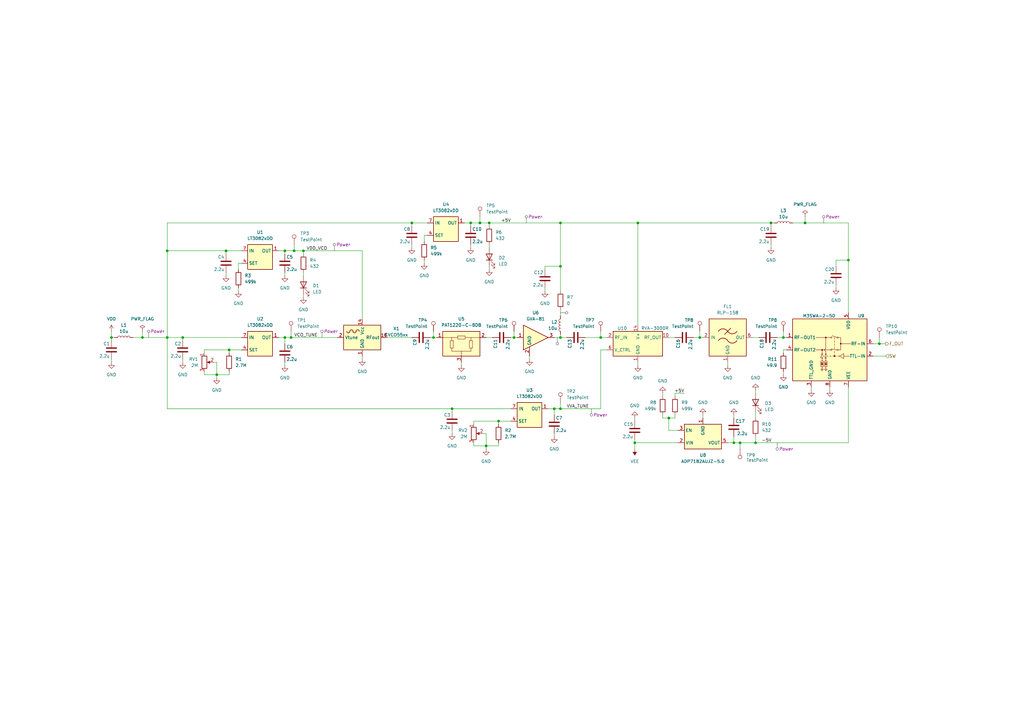
<source format=kicad_sch>
(kicad_sch (version 20230121) (generator eeschema)
  (paper "A3")
  (junction (at 200.66 91.44))
  (junction (at 116.84 102.87))
  (junction (at 185.42 167.64))
  (junction (at 229.87 91.44))
  (junction (at 260.35 181.61))
  (junction (at 119.38 138.43))
  (junction (at 316.23 91.44))
  (junction (at 93.98 143.51))
  (junction (at 124.46 102.87))
  (junction (at 210.82 138.43))
  (junction (at 261.62 91.44))
  (junction (at 321.31 138.43))
  (junction (at 74.93 138.43))
  (junction (at 58.42 138.43))
  (junction (at 68.58 102.87))
  (junction (at 116.84 138.43))
  (junction (at 330.2 91.44))
  (junction (at 68.58 138.43))
  (junction (at 347.98 106.68))
  (junction (at 360.68 140.97))
  (junction (at 246.38 138.43))
  (junction (at 229.87 109.22))
  (junction (at 120.65 102.87))
  (junction (at 229.87 138.43))
  (junction (at 193.04 91.44))
  (junction (at 45.72 138.43))
  (junction (at 227.33 167.64))
  (junction (at 92.71 102.87))
  (junction (at 309.88 181.61))
  (junction (at 177.8 138.43))
  (junction (at 300.99 181.61))
  (junction (at 204.47 172.72))
  (junction (at 88.9 153.67))
  (junction (at 287.02 138.43))
  (junction (at 196.85 91.44))
  (junction (at 303.53 181.61))
  (junction (at 274.32 171.45))
  (junction (at 229.87 167.64))
  (junction (at 199.39 182.88))
  (junction (at 168.91 91.44))
  (wire (pts (xy 298.45 181.61) (xy 300.99 181.61)))
  (wire (pts (xy 194.31 182.88) (xy 199.39 182.88)))
  (wire (pts (xy 309.88 181.61) (xy 347.98 181.61)))
  (wire (pts (xy 200.66 100.33) (xy 200.66 101.6)))
  (wire (pts (xy 261.62 91.44) (xy 261.62 133.35)))
  (wire (pts (xy 193.04 91.44) (xy 193.04 92.71)))
  (wire (pts (xy 246.38 167.64) (xy 246.38 143.51)))
  (wire (pts (xy 177.8 138.43) (xy 179.07 138.43)))
  (wire (pts (xy 93.98 143.51) (xy 99.06 143.51)))
  (wire (pts (xy 332.74 158.75) (xy 332.74 160.02)))
  (wire (pts (xy 229.87 137.16) (xy 229.87 138.43)))
  (wire (pts (xy 68.58 102.87) (xy 68.58 138.43)))
  (wire (pts (xy 97.79 110.49) (xy 97.79 107.95)))
  (wire (pts (xy 124.46 102.87) (xy 148.59 102.87)))
  (wire (pts (xy 168.91 91.44) (xy 168.91 92.71)))
  (wire (pts (xy 58.42 135.89) (xy 58.42 138.43)))
  (wire (pts (xy 116.84 148.59) (xy 116.84 149.86)))
  (wire (pts (xy 119.38 138.43) (xy 116.84 138.43)))
  (wire (pts (xy 194.31 181.61) (xy 194.31 182.88)))
  (wire (pts (xy 287.02 135.89) (xy 287.02 138.43)))
  (wire (pts (xy 271.78 170.18) (xy 271.78 171.45)))
  (wire (pts (xy 309.88 179.07) (xy 309.88 181.61)))
  (wire (pts (xy 309.88 160.02) (xy 309.88 161.29)))
  (wire (pts (xy 46.99 138.43) (xy 45.72 138.43)))
  (wire (pts (xy 199.39 182.88) (xy 204.47 182.88)))
  (wire (pts (xy 330.2 88.9) (xy 330.2 91.44)))
  (wire (pts (xy 54.61 138.43) (xy 58.42 138.43)))
  (wire (pts (xy 287.02 138.43) (xy 288.29 138.43)))
  (wire (pts (xy 276.86 161.29) (xy 276.86 162.56)))
  (wire (pts (xy 88.9 148.59) (xy 88.9 153.67)))
  (wire (pts (xy 246.38 138.43) (xy 248.92 138.43)))
  (wire (pts (xy 148.59 102.87) (xy 148.59 130.81)))
  (wire (pts (xy 342.9 109.22) (xy 342.9 106.68)))
  (wire (pts (xy 173.99 96.52) (xy 175.26 96.52)))
  (wire (pts (xy 316.23 91.44) (xy 316.23 92.71)))
  (wire (pts (xy 185.42 167.64) (xy 185.42 168.91)))
  (wire (pts (xy 227.33 138.43) (xy 229.87 138.43)))
  (wire (pts (xy 124.46 111.76) (xy 124.46 113.03)))
  (wire (pts (xy 347.98 106.68) (xy 347.98 128.27)))
  (wire (pts (xy 224.79 167.64) (xy 227.33 167.64)))
  (wire (pts (xy 321.31 144.78) (xy 321.31 143.51)))
  (wire (pts (xy 196.85 88.9) (xy 196.85 91.44)))
  (wire (pts (xy 83.82 153.67) (xy 88.9 153.67)))
  (wire (pts (xy 119.38 135.89) (xy 119.38 138.43)))
  (wire (pts (xy 240.03 138.43) (xy 246.38 138.43)))
  (wire (pts (xy 114.3 138.43) (xy 116.84 138.43)))
  (wire (pts (xy 74.93 138.43) (xy 99.06 138.43)))
  (wire (pts (xy 198.12 177.8) (xy 199.39 177.8)))
  (wire (pts (xy 173.99 106.68) (xy 173.99 107.95)))
  (wire (pts (xy 276.86 170.18) (xy 276.86 171.45)))
  (wire (pts (xy 321.31 152.4) (xy 321.31 153.67)))
  (wire (pts (xy 176.53 138.43) (xy 177.8 138.43)))
  (wire (pts (xy 342.9 106.68) (xy 347.98 106.68)))
  (wire (pts (xy 93.98 144.78) (xy 93.98 143.51)))
  (wire (pts (xy 316.23 100.33) (xy 316.23 101.6)))
  (wire (pts (xy 68.58 91.44) (xy 68.58 102.87)))
  (wire (pts (xy 119.38 138.43) (xy 138.43 138.43)))
  (wire (pts (xy 93.98 152.4) (xy 93.98 153.67)))
  (wire (pts (xy 278.13 176.53) (xy 274.32 176.53)))
  (wire (pts (xy 298.45 148.59) (xy 298.45 149.86)))
  (wire (pts (xy 83.82 143.51) (xy 83.82 144.78)))
  (wire (pts (xy 229.87 165.1) (xy 229.87 167.64)))
  (wire (pts (xy 229.87 127) (xy 229.87 129.54)))
  (wire (pts (xy 358.14 140.97) (xy 360.68 140.97)))
  (wire (pts (xy 260.35 180.34) (xy 260.35 181.61)))
  (wire (pts (xy 261.62 91.44) (xy 229.87 91.44)))
  (wire (pts (xy 227.33 167.64) (xy 227.33 170.18)))
  (wire (pts (xy 280.67 161.29) (xy 276.86 161.29)))
  (wire (pts (xy 342.9 116.84) (xy 342.9 118.11)))
  (wire (pts (xy 83.82 152.4) (xy 83.82 153.67)))
  (wire (pts (xy 288.29 170.18) (xy 288.29 171.45)))
  (wire (pts (xy 210.82 135.89) (xy 210.82 138.43)))
  (wire (pts (xy 229.87 167.64) (xy 246.38 167.64)))
  (wire (pts (xy 227.33 167.64) (xy 229.87 167.64)))
  (wire (pts (xy 158.75 138.43) (xy 168.91 138.43)))
  (wire (pts (xy 260.35 181.61) (xy 260.35 184.15)))
  (wire (pts (xy 200.66 109.22) (xy 200.66 110.49)))
  (wire (pts (xy 199.39 182.88) (xy 199.39 184.15)))
  (wire (pts (xy 360.68 140.97) (xy 363.22 140.97)))
  (wire (pts (xy 360.68 138.43) (xy 360.68 140.97)))
  (wire (pts (xy 303.53 181.61) (xy 303.53 184.15)))
  (wire (pts (xy 217.17 146.05) (xy 217.17 147.32)))
  (wire (pts (xy 88.9 153.67) (xy 93.98 153.67)))
  (wire (pts (xy 229.87 91.44) (xy 229.87 109.22)))
  (wire (pts (xy 284.48 138.43) (xy 287.02 138.43)))
  (wire (pts (xy 209.55 138.43) (xy 210.82 138.43)))
  (wire (pts (xy 83.82 143.51) (xy 93.98 143.51)))
  (wire (pts (xy 261.62 148.59) (xy 261.62 149.86)))
  (wire (pts (xy 99.06 102.87) (xy 92.71 102.87)))
  (wire (pts (xy 124.46 102.87) (xy 124.46 104.14)))
  (wire (pts (xy 223.52 110.49) (xy 223.52 109.22)))
  (wire (pts (xy 199.39 177.8) (xy 199.39 182.88)))
  (wire (pts (xy 68.58 91.44) (xy 168.91 91.44)))
  (wire (pts (xy 204.47 181.61) (xy 204.47 182.88)))
  (wire (pts (xy 321.31 135.89) (xy 321.31 138.43)))
  (wire (pts (xy 227.33 177.8) (xy 227.33 179.07)))
  (wire (pts (xy 229.87 109.22) (xy 229.87 119.38)))
  (wire (pts (xy 330.2 91.44) (xy 347.98 91.44)))
  (wire (pts (xy 68.58 167.64) (xy 68.58 138.43)))
  (wire (pts (xy 45.72 138.43) (xy 45.72 139.7)))
  (wire (pts (xy 120.65 102.87) (xy 124.46 102.87)))
  (wire (pts (xy 271.78 161.29) (xy 271.78 162.56)))
  (wire (pts (xy 116.84 111.76) (xy 116.84 113.03)))
  (wire (pts (xy 204.47 173.99) (xy 204.47 172.72)))
  (wire (pts (xy 193.04 100.33) (xy 193.04 101.6)))
  (wire (pts (xy 309.88 168.91) (xy 309.88 171.45)))
  (wire (pts (xy 194.31 172.72) (xy 194.31 173.99)))
  (wire (pts (xy 316.23 91.44) (xy 317.5 91.44)))
  (wire (pts (xy 177.8 135.89) (xy 177.8 138.43)))
  (wire (pts (xy 45.72 147.32) (xy 45.72 148.59)))
  (wire (pts (xy 193.04 91.44) (xy 196.85 91.44)))
  (wire (pts (xy 246.38 135.89) (xy 246.38 138.43)))
  (wire (pts (xy 190.5 91.44) (xy 193.04 91.44)))
  (wire (pts (xy 223.52 109.22) (xy 229.87 109.22)))
  (wire (pts (xy 300.99 170.18) (xy 300.99 171.45)))
  (wire (pts (xy 209.55 167.64) (xy 185.42 167.64)))
  (wire (pts (xy 260.35 171.45) (xy 260.35 172.72)))
  (wire (pts (xy 303.53 181.61) (xy 309.88 181.61)))
  (wire (pts (xy 116.84 102.87) (xy 120.65 102.87)))
  (wire (pts (xy 120.65 100.33) (xy 120.65 102.87)))
  (wire (pts (xy 116.84 102.87) (xy 116.84 104.14)))
  (wire (pts (xy 246.38 143.51) (xy 248.92 143.51)))
  (wire (pts (xy 92.71 102.87) (xy 92.71 104.14)))
  (wire (pts (xy 88.9 153.67) (xy 88.9 154.94)))
  (wire (pts (xy 274.32 171.45) (xy 271.78 171.45)))
  (wire (pts (xy 358.14 146.05) (xy 363.22 146.05)))
  (wire (pts (xy 200.66 91.44) (xy 229.87 91.44)))
  (wire (pts (xy 148.59 146.05) (xy 148.59 147.32)))
  (wire (pts (xy 194.31 172.72) (xy 204.47 172.72)))
  (wire (pts (xy 274.32 176.53) (xy 274.32 171.45)))
  (wire (pts (xy 261.62 91.44) (xy 316.23 91.44)))
  (wire (pts (xy 199.39 138.43) (xy 201.93 138.43)))
  (wire (pts (xy 168.91 100.33) (xy 168.91 101.6)))
  (wire (pts (xy 45.72 135.89) (xy 45.72 138.43)))
  (wire (pts (xy 347.98 91.44) (xy 347.98 106.68)))
  (wire (pts (xy 325.12 91.44) (xy 330.2 91.44)))
  (wire (pts (xy 340.36 158.75) (xy 340.36 160.02)))
  (wire (pts (xy 318.77 138.43) (xy 321.31 138.43)))
  (wire (pts (xy 321.31 143.51) (xy 322.58 143.51)))
  (wire (pts (xy 173.99 99.06) (xy 173.99 96.52)))
  (wire (pts (xy 68.58 167.64) (xy 185.42 167.64)))
  (wire (pts (xy 74.93 147.32) (xy 74.93 148.59)))
  (wire (pts (xy 300.99 181.61) (xy 303.53 181.61)))
  (wire (pts (xy 274.32 138.43) (xy 276.86 138.43)))
  (wire (pts (xy 175.26 91.44) (xy 168.91 91.44)))
  (wire (pts (xy 87.63 148.59) (xy 88.9 148.59)))
  (wire (pts (xy 204.47 172.72) (xy 209.55 172.72)))
  (wire (pts (xy 196.85 91.44) (xy 200.66 91.44)))
  (wire (pts (xy 308.61 138.43) (xy 311.15 138.43)))
  (wire (pts (xy 223.52 118.11) (xy 223.52 119.38)))
  (wire (pts (xy 210.82 138.43) (xy 212.09 138.43)))
  (wire (pts (xy 321.31 138.43) (xy 322.58 138.43)))
  (wire (pts (xy 116.84 138.43) (xy 116.84 140.97)))
  (wire (pts (xy 347.98 158.75) (xy 347.98 181.61)))
  (wire (pts (xy 260.35 181.61) (xy 278.13 181.61)))
  (wire (pts (xy 92.71 111.76) (xy 92.71 113.03)))
  (wire (pts (xy 68.58 102.87) (xy 92.71 102.87)))
  (wire (pts (xy 300.99 179.07) (xy 300.99 181.61)))
  (wire (pts (xy 97.79 107.95) (xy 99.06 107.95)))
  (wire (pts (xy 185.42 176.53) (xy 185.42 177.8)))
  (wire (pts (xy 97.79 118.11) (xy 97.79 119.38)))
  (wire (pts (xy 229.87 138.43) (xy 232.41 138.43)))
  (wire (pts (xy 189.23 148.59) (xy 189.23 149.86)))
  (wire (pts (xy 114.3 102.87) (xy 116.84 102.87)))
  (wire (pts (xy 124.46 120.65) (xy 124.46 121.92)))
  (wire (pts (xy 74.93 138.43) (xy 74.93 139.7)))
  (wire (pts (xy 58.42 138.43) (xy 68.58 138.43)))
  (wire (pts (xy 68.58 138.43) (xy 74.93 138.43)))
  (wire (pts (xy 200.66 91.44) (xy 200.66 92.71)))
  (wire (pts (xy 276.86 171.45) (xy 274.32 171.45)))
  (label "VDD_VCO" (at 125.73 102.87 0))
  (label "VCO_TUNE" (at 120.65 138.43 0))
  (label "VVA_TUNE" (at 232.41 167.64 0))
  (label "-5V" (at 312.42 181.61 0))
  (label "+5V" (at 280.67 161.29 180))
  (label "+5V" (at 209.55 91.44 180))
  (hierarchical_label "SW" (shape input) (at 363.22 146.05 0))
  (hierarchical_label "F_OUT" (shape output) (at 363.22 140.97 0))
  (netclass_flag "" (length 2.54) (shape round) (at 229.87 128.27 270) (property "Netclass" "Power" (effects hide)))
  (netclass_flag "" (length 2.54) (shape round) (at 60.96 138.43 0) (property "Netclass" "Power" (at 61.6585 135.89 0) (effects (font italic) (justify left))))
  (netclass_flag "" (length 2.54) (shape round) (at 242.57 167.64 180) (property "Netclass" "Power" (at 243.2685 170.18 0) (effects (font italic) (justify left))))
  (netclass_flag "" (length 2.54) (shape round) (at 337.82 91.44 0) (property "Netclass" "Power" (at 338.5185 88.9 0) (effects (font italic) (justify left))))
  (netclass_flag "" (length 2.54) (shape round) (at 215.9 91.44 0) (property "Netclass" "Power" (at 216.5985 88.9 0) (effects (font italic) (justify left))))
  (netclass_flag "" (length 2.54) (shape round) (at 318.77 181.61 180) (property "Netclass" "Power" (at 319.4685 184.15 0) (effects (font italic) (justify left))))
  (netclass_flag "" (length 2.54) (shape round) (at 137.16 102.87 0) (property "Netclass" "Power" (at 137.8585 100.33 0) (effects (font italic) (justify left))))
  (netclass_flag "" (length 2.54) (shape round) (at 132.08 138.43 0) (property "Netclass" "Power" (at 132.7785 135.89 0) (effects (font italic) (justify left))))
  (netclass_flag "" (length 2.54) (shape round) (at 228.6 138.43 180) (property "Netclass" "Power" (effects hide)))
  (symbol (lib_id "Connector:TestPoint") (at 303.53 184.15 180) (unit 1) (in_bom no)
    (property "Reference" "TP9" (at 306.07 186.69 0) (effects (justify right)))
    (property "Value" "TestPoint" (at 306.07 188.722 0) (effects (justify right)))
    (property "Footprint" "TestPoint:TestPoint_Pad_D2.0mm" (effects hide))
    (instances (project "aom_driver" (path "" (reference "TP9") (unit 1)) (path "" (reference "TP13") (unit 1)) (path "" (reference "TP24") (unit 1))))
  )
  (symbol (lib_id "Device:R") (at 97.79 114.3 0) (unit 1)
    (property "Reference" "R3" (at 100.33 113.03 0) (effects (justify left)))
    (property "Value" "499k" (at 100.33 115.57 0) (effects (justify left)))
    (property "Footprint" "Resistor_SMD:R_0805_2012Metric_Pad1.20x1.40mm_HandSolder" (effects hide))
    (property "MF" "YAGEO" (effects hide))
    (property "MFPN" "RC0805FR-07499KL" (effects hide))
    (property "DKPN" "311-499KCRCT-ND" (effects hide))
    (instances (project "aom_driver" (path "" (reference "R3") (unit 1)) (path "" (reference "R10") (unit 1)) (path "" (reference "R21") (unit 1))))
  )
  (symbol (lib_id "power:GND") (at 200.66 110.49 0) (unit 1)
    (property "Reference" "#PWR025" (effects hide))
    (property "Value" "GND" (at 200.66 115.57 0))
    (instances (project "aom_driver" (path "" (reference "#PWR025") (unit 1)) (path "" (reference "#PWR038") (unit 1)) (path "" (reference "#PWR071") (unit 1))))
  )
  (symbol (lib_id "Connector:TestPoint") (at 287.02 135.89 0) (mirror y) (unit 1) (in_bom no)
    (property "Reference" "TP8" (at 284.48 131.318 0) (effects (justify left)))
    (property "Value" "TestPoint" (at 284.48 133.858 0) (effects (justify left)))
    (property "Footprint" "TestPoint:TestPoint_Pad_D2.0mm" (effects hide))
    (instances (project "aom_driver" (path "" (reference "TP8") (unit 1)) (path "" (reference "TP12") (unit 1)) (path "" (reference "TP23") (unit 1))))
  )
  (symbol (lib_id "power:GND") (at 199.39 184.15 0) (unit 1)
    (property "Reference" "#PWR02" (effects hide))
    (property "Value" "GND" (at 199.39 189.23 0))
    (instances (project "aom_driver" (path "" (reference "#PWR02") (unit 1)) (path "" (reference "#PWR037") (unit 1)) (path "" (reference "#PWR070") (unit 1))))
  )
  (symbol (lib_id "power:GND") (at 316.23 101.6 0) (unit 1)
    (property "Reference" "#PWR026" (effects hide))
    (property "Value" "GND" (at 316.23 106.68 0))
    (instances (project "aom_driver" (path "" (reference "#PWR026") (unit 1)) (path "" (reference "#PWR050") (unit 1)) (path "" (reference "#PWR083") (unit 1))))
  )
  (symbol (lib_id "Connector:TestPoint") (at 360.68 138.43 0) (unit 1) (in_bom no)
    (property "Reference" "TP10" (at 363.22 133.858 0) (effects (justify left)))
    (property "Value" "TestPoint" (at 363.22 136.398 0) (effects (justify left)))
    (property "Footprint" "TestPoint:TestPoint_Pad_D2.0mm" (effects hide))
    (instances (project "aom_driver" (path "" (reference "TP10") (unit 1)) (path "" (reference "TP15") (unit 1)) (path "" (reference "TP26") (unit 1))))
  )
  (symbol (lib_id "Device:C") (at 236.22 138.43 90) (mirror x) (unit 1)
    (property "Reference" "C13" (at 233.68 139.065 0) (effects (justify left)))
    (property "Value" "2.2u" (at 238.76 139.065 0) (effects (justify left)))
    (property "Footprint" "Capacitor_SMD:C_0805_2012Metric_Pad1.18x1.45mm_HandSolder" (effects hide))
    (property "MF" "Samsung Electro-Mechanics" (effects hide))
    (property "MFPN" "CL21B225KAFNFNE" (effects hide))
    (property "DKPN" "1276-2953-1-ND" (effects hide))
    (instances (project "aom_driver" (path "" (reference "C13") (unit 1)) (path "" (reference "C19") (unit 1)) (path "" (reference "C38") (unit 1))))
  )
  (symbol (lib_id "power:GND") (at 332.74 160.02 0) (unit 1)
    (property "Reference" "#PWR015" (effects hide))
    (property "Value" "GND" (at 332.74 165.1 0))
    (instances (project "aom_driver" (path "" (reference "#PWR015") (unit 1)) (path "" (reference "#PWR052") (unit 1)) (path "" (reference "#PWR085") (unit 1))))
  )
  (symbol (lib_id "Device:R_Potentiometer") (at 194.31 177.8 0) (unit 1)
    (property "Reference" "RV2" (at 191.77 176.53 0) (effects (justify right)))
    (property "Value" "2M" (at 191.77 179.07 0) (effects (justify right)))
    (property "Footprint" "Potentiometer_THT:Potentiometer_Bourns_3296Y_Vertical" (effects hide))
    (property "MF" "Bourns Inc." (effects hide))
    (property "MFPN" "3296Y-1-205LF" (effects hide))
    (property "DKPN" "3296Y-205LF-ND" (effects hide))
    (instances (project "aom_driver" (path "" (reference "RV2") (unit 1)) (path "" (reference "RV2") (unit 1)) (path "" (reference "RV4") (unit 1))))
  )
  (symbol (lib_id "power:GND") (at 340.36 160.02 0) (unit 1)
    (property "Reference" "#PWR016" (effects hide))
    (property "Value" "GND" (at 340.36 165.1 0))
    (instances (project "aom_driver" (path "" (reference "#PWR016") (unit 1)) (path "" (reference "#PWR053") (unit 1)) (path "" (reference "#PWR086") (unit 1))))
  )
  (symbol (lib_id "Device:LED") (at 124.46 116.84 90) (unit 1)
    (property "Reference" "D1" (at 128.27 117.1575 90) (effects (justify right)))
    (property "Value" "LED" (at 128.27 119.6975 90) (effects (justify right)))
    (property "Footprint" "LED_SMD:LED_0603_1608Metric_Pad1.05x0.95mm_HandSolder" (effects hide))
    (property "MF" "ams-OSRAM USA INC." (effects hide))
    (property "MFPN" "LT Q39G-Q1OO-25-1" (effects hide))
    (property "DKPN" "475-LTQ39G-Q1OO-25-1CT-ND" (effects hide))
    (instances (project "aom_driver" (path "" (reference "D1") (unit 1)) (path "" (reference "D5") (unit 1)) (path "" (reference "D8") (unit 1))))
  )
  (symbol (lib_id "Connector:TestPoint") (at 229.87 165.1 0) (unit 1) (in_bom no)
    (property "Reference" "TP2" (at 232.41 160.528 0) (effects (justify left)))
    (property "Value" "TestPoint" (at 232.41 163.068 0) (effects (justify left)))
    (property "Footprint" "TestPoint:TestPoint_Pad_D2.0mm" (effects hide))
    (instances (project "aom_driver" (path "" (reference "TP2") (unit 1)) (path "" (reference "TP10") (unit 1)) (path "" (reference "TP21") (unit 1))))
  )
  (symbol (lib_id "RF:PAT1220-C-8DB") (at 189.23 140.97 0) (unit 1)
    (property "Reference" "U5" (at 189.23 130.81 0))
    (property "Value" "PAT1220-C-8DB" (at 189.23 133.35 0))
    (property "Footprint" "RF_Converter:RF_Attenuator_Susumu_PAT1220" (effects hide))
    (property "Datasheet" "https://www.susumu.co.jp/common/pdf/n_catalog_partition16_en.pdf" (effects hide))
    (property "MF" "Susumu" (effects hide))
    (property "MFPN" "PAT1220-C-0DB-T5" (effects hide))
    (property "DKPN" "PAT120CT-ND" (effects hide))
    (instances (project "aom_driver" (path "" (reference "U5") (unit 1)) (path "" (reference "U7") (unit 1)) (path "" (reference "U16") (unit 1))))
  )
  (symbol (lib_id "power:GND") (at 116.84 149.86 0) (unit 1)
    (property "Reference" "#PWR017" (effects hide))
    (property "Value" "GND" (at 116.84 154.94 0))
    (instances (project "aom_driver" (path "" (reference "#PWR017") (unit 1)) (path "" (reference "#PWR029") (unit 1)) (path "" (reference "#PWR062") (unit 1))))
  )
  (symbol (lib_id "Regulator_Linear:ADP7182AUJZ-5.0") (at 288.29 179.07 0) (unit 1)
    (property "Reference" "U8" (at 288.29 186.69 0))
    (property "Value" "ADP7182AUJZ-5.0" (at 288.29 189.23 0))
    (property "Footprint" "Package_TO_SOT_SMD:TSOT-23-5" (effects hide))
    (property "Datasheet" "https://www.analog.com/media/en/technical-documentation/data-sheets/ADP7182.pdf" (effects hide))
    (property "MF" "Analog Devices Inc." (effects hide))
    (property "MFPN" "ADP7182ACPZ-5.0-R7" (effects hide))
    (property "DKPN" "505-ADP7182ACPZ-5.0-R7CT-ND" (effects hide))
    (instances (project "aom_driver" (path "" (reference "U8") (unit 1)) (path "" (reference "U11") (unit 1)) (path "" (reference "U20") (unit 1))))
  )
  (symbol (lib_id "RF_Amplifier:GVA-81") (at 219.71 138.43 0) (unit 1)
    (property "Reference" "U6" (at 219.71 128.27 0))
    (property "Value" "GVA-81" (at 219.71 130.81 0))
    (property "Footprint" "Package_TO_SOT_SMD:SOT-89-3" (effects hide))
    (property "Datasheet" "https://www.minicircuits.com/pdfs/GVA-81+.pdf" (effects hide))
    (property "MF" "Mini-Circuits" (effects hide))
    (property "MFPN" "GVA-81+" (effects hide))
    (property "DKPN" "3157-GVA-81+CT-ND" (effects hide))
    (instances (project "aom_driver" (path "" (reference "U6") (unit 1)) (path "" (reference "U9") (unit 1)) (path "" (reference "U18") (unit 1))))
  )
  (symbol (lib_id "Device:L") (at 50.8 138.43 90) (unit 1)
    (property "Reference" "L1" (at 50.8 133.35 90))
    (property "Value" "10u" (at 50.8 135.89 90))
    (property "Footprint" "Inductor_SMD:L_0805_2012Metric_Pad1.05x1.20mm_HandSolder" (effects hide))
    (property "MF" "TDK Corporation" (effects hide))
    (property "MFPN" "MLZ2012M100HT000" (effects hide))
    (property "DKPN" "445-8656-1-ND" (effects hide))
    (instances (project "aom_driver" (path "" (reference "L1") (unit 1)) (path "" (reference "L1") (unit 1)) (path "" (reference "L4") (unit 1))))
  )
  (symbol (lib_id "Device:R") (at 271.78 166.37 0) (mirror y) (unit 1)
    (property "Reference" "R8" (at 269.24 165.1 0) (effects (justify left)))
    (property "Value" "499k" (at 269.24 167.64 0) (effects (justify left)))
    (property "Footprint" "Resistor_SMD:R_0805_2012Metric_Pad1.20x1.40mm_HandSolder" (effects hide))
    (property "MF" "YAGEO" (effects hide))
    (property "MFPN" "RC0805FR-07499KL" (effects hide))
    (property "DKPN" "311-499KCRCT-ND" (effects hide))
    (instances (project "aom_driver" (path "" (reference "R8") (unit 1)) (path "" (reference "R16") (unit 1)) (path "" (reference "R27") (unit 1))))
  )
  (symbol (lib_id "power:GND") (at 260.35 171.45 0) (mirror x) (unit 1)
    (property "Reference" "#PWR019" (effects hide))
    (property "Value" "GND" (at 260.35 166.37 0))
    (instances (project "aom_driver" (path "" (reference "#PWR019") (unit 1)) (path "" (reference "#PWR042") (unit 1)) (path "" (reference "#PWR075") (unit 1))))
  )
  (symbol (lib_id "Device:C") (at 300.99 175.26 0) (unit 1)
    (property "Reference" "C17" (at 301.625 172.72 0) (effects (justify left)))
    (property "Value" "2.2u" (at 302.26 177.8 0) (effects (justify left)))
    (property "Footprint" "Capacitor_SMD:C_0805_2012Metric_Pad1.18x1.45mm_HandSolder" (effects hide))
    (property "MF" "Samsung Electro-Mechanics" (effects hide))
    (property "MFPN" "CL21B225KAFNFNE" (effects hide))
    (property "DKPN" "1276-2953-1-ND" (effects hide))
    (instances (project "aom_driver" (path "" (reference "C17") (unit 1)) (path "" (reference "C22") (unit 1)) (path "" (reference "C41") (unit 1))))
  )
  (symbol (lib_id "Device:LED") (at 309.88 165.1 90) (unit 1)
    (property "Reference" "D3" (at 313.69 165.4175 90) (effects (justify right)))
    (property "Value" "LED" (at 313.69 167.9575 90) (effects (justify right)))
    (property "Footprint" "LED_SMD:LED_0603_1608Metric_Pad1.05x0.95mm_HandSolder" (effects hide))
    (property "MF" "ams-OSRAM USA INC." (effects hide))
    (property "MFPN" "LT Q39G-Q1OO-25-1" (effects hide))
    (property "DKPN" "475-LTQ39G-Q1OO-25-1CT-ND" (effects hide))
    (instances (project "aom_driver" (path "" (reference "D3") (unit 1)) (path "" (reference "D7") (unit 1)) (path "" (reference "D10") (unit 1))))
  )
  (symbol (lib_id "power:GND") (at 189.23 149.86 0) (unit 1)
    (property "Reference" "#PWR0104" (effects hide))
    (property "Value" "GND" (at 189.23 154.94 0))
    (instances (project "aom_driver" (path "" (reference "#PWR0104") (unit 1)) (path "" (reference "#PWR035") (unit 1)) (path "" (reference "#PWR068") (unit 1))))
  )
  (symbol (lib_id "Device:R") (at 93.98 148.59 0) (unit 1)
    (property "Reference" "R1" (at 96.52 147.32 0) (effects (justify left)))
    (property "Value" "2.7M" (at 96.52 149.86 0) (effects (justify left)))
    (property "Footprint" "Resistor_SMD:R_0805_2012Metric_Pad1.20x1.40mm_HandSolder" (effects hide))
    (property "MF" "YAGEO" (effects hide))
    (property "MFPN" "RC0805FR-072M7L" (effects hide))
    (property "DKPN" "13-RC0805FR-072M7LCT-ND" (effects hide))
    (instances (project "aom_driver" (path "" (reference "R1") (unit 1)) (path "" (reference "R9") (unit 1)) (path "" (reference "R20") (unit 1))))
  )
  (symbol (lib_id "power:GND") (at 309.88 160.02 0) (mirror x) (unit 1)
    (property "Reference" "#PWR012" (effects hide))
    (property "Value" "GND" (at 309.88 154.94 0))
    (instances (project "aom_driver" (path "" (reference "#PWR012") (unit 1)) (path "" (reference "#PWR049") (unit 1)) (path "" (reference "#PWR082") (unit 1))))
  )
  (symbol (lib_id "Device:C") (at 314.96 138.43 90) (mirror x) (unit 1)
    (property "Reference" "C18" (at 312.42 139.065 0) (effects (justify left)))
    (property "Value" "2.2u" (at 317.5 139.065 0) (effects (justify left)))
    (property "Footprint" "Capacitor_SMD:C_0805_2012Metric_Pad1.18x1.45mm_HandSolder" (effects hide))
    (property "MF" "Samsung Electro-Mechanics" (effects hide))
    (property "MFPN" "CL21B225KAFNFNE" (effects hide))
    (property "DKPN" "1276-2953-1-ND" (effects hide))
    (instances (project "aom_driver" (path "" (reference "C18") (unit 1)) (path "" (reference "C23") (unit 1)) (path "" (reference "C42") (unit 1))))
  )
  (symbol (lib_id "Connector:TestPoint") (at 321.31 135.89 0) (mirror y) (unit 1) (in_bom no)
    (property "Reference" "TP8" (at 318.77 131.318 0) (effects (justify left)))
    (property "Value" "TestPoint" (at 318.77 133.858 0) (effects (justify left)))
    (property "Footprint" "TestPoint:TestPoint_Pad_D2.0mm" (effects hide))
    (instances (project "aom_driver" (path "" (reference "TP8") (unit 1)) (path "" (reference "TP14") (unit 1)) (path "" (reference "TP25") (unit 1))))
  )
  (symbol (lib_id "Device:L") (at 321.31 91.44 90) (unit 1)
    (property "Reference" "L3" (at 321.31 86.36 90))
    (property "Value" "10u" (at 321.31 88.9 90))
    (property "Footprint" "Inductor_SMD:L_0805_2012Metric_Pad1.05x1.20mm_HandSolder" (effects hide))
    (property "MF" "TDK Corporation" (effects hide))
    (property "MFPN" "MLZ2012M100HT000" (effects hide))
    (property "DKPN" "445-8656-1-ND" (effects hide))
    (instances (project "aom_driver" (path "" (reference "L3") (unit 1)) (path "" (reference "L3") (unit 1)) (path "" (reference "L6") (unit 1))))
  )
  (symbol (lib_id "Device:L") (at 229.87 133.35 0) (mirror y) (unit 1)
    (property "Reference" "L2" (at 228.6 132.08 0) (effects (justify left)))
    (property "Value" "10u" (at 228.6 134.62 0) (effects (justify left)))
    (property "Footprint" "Inductor_SMD:L_0805_2012Metric_Pad1.05x1.20mm_HandSolder" (effects hide))
    (property "MF" "TDK Corporation" (effects hide))
    (property "MFPN" "MLZ2012M100HT000" (effects hide))
    (property "DKPN" "445-8656-1-ND" (effects hide))
    (instances (project "aom_driver" (path "" (reference "L2") (unit 1)) (path "" (reference "L2") (unit 1)) (path "" (reference "L5") (unit 1))))
  )
  (symbol (lib_id "RF_Switch:M3SWA-2-50") (at 340.36 143.51 0) (mirror y) (unit 1)
    (property "Reference" "U9" (at 351.79 129.54 0) (effects (justify right)))
    (property "Value" "M3SWA-2-50" (at 335.915 129.54 0))
    (property "Footprint" "Package_DFN_QFN:Mini-Circuits_DL805" (effects hide))
    (property "Datasheet" "https://www.minicircuits.com/pdfs/M3SWA-2-50DRB+.pdf" (effects hide))
    (property "MF" "Mini-Circuits" (effects hide))
    (property "MFPN" "M3SWA-2-50DRB+" (effects hide))
    (property "DKPN" "3157-M3SWA-2-50DRB+CT-ND" (effects hide))
    (instances (project "aom_driver" (path "" (reference "U9") (unit 1)) (path "" (reference "U12") (unit 1)) (path "" (reference "U21") (unit 1))))
  )
  (symbol (lib_id "Device:C") (at 205.74 138.43 90) (mirror x) (unit 1)
    (property "Reference" "C11" (at 203.2 139.065 0) (effects (justify left)))
    (property "Value" "2.2u" (at 208.28 139.065 0) (effects (justify left)))
    (property "Footprint" "Capacitor_SMD:C_0805_2012Metric_Pad1.18x1.45mm_HandSolder" (effects hide))
    (property "MF" "Samsung Electro-Mechanics" (effects hide))
    (property "MFPN" "CL21B225KAFNFNE" (effects hide))
    (property "DKPN" "1276-2953-1-ND" (effects hide))
    (instances (project "aom_driver" (path "" (reference "C11") (unit 1)) (path "" (reference "C16") (unit 1)) (path "" (reference "C35") (unit 1))))
  )
  (symbol (lib_id "power:GND") (at 193.04 101.6 0) (unit 1)
    (property "Reference" "#PWR024" (effects hide))
    (property "Value" "GND" (at 193.04 106.68 0))
    (instances (project "aom_driver" (path "" (reference "#PWR024") (unit 1)) (path "" (reference "#PWR036") (unit 1)) (path "" (reference "#PWR069") (unit 1))))
  )
  (symbol (lib_id "power:GND") (at 288.29 170.18 0) (mirror x) (unit 1)
    (property "Reference" "#PWR011" (effects hide))
    (property "Value" "GND" (at 288.29 165.1 0))
    (instances (project "aom_driver" (path "" (reference "#PWR011") (unit 1)) (path "" (reference "#PWR046") (unit 1)) (path "" (reference "#PWR079") (unit 1))))
  )
  (symbol (lib_id "Regulator_Linear:LT3082xDD") (at 106.68 105.41 0) (unit 1)
    (property "Reference" "U1" (at 106.68 95.25 0))
    (property "Value" "LT3082xDD" (at 106.68 97.79 0))
    (property "Footprint" "Package_DFN_QFN:DFN-8-1EP_3x3mm_P0.5mm_EP1.66x2.38mm" (effects hide))
    (property "Datasheet" "https://www.analog.com/media/en/technical-documentation/data-sheets/3082f.pdf" (effects hide))
    (property "MF" "Analog Devices Inc." (effects hide))
    (property "MFPN" "LT3082EDD#TRPBF" (effects hide))
    (property "DKPN" "LT3082EDD#TRPBFCT-ND" (effects hide))
    (instances (project "aom_driver" (path "" (reference "U1") (unit 1)) (path "" (reference "U4") (unit 1)) (path "" (reference "U13") (unit 1))))
  )
  (symbol (lib_id "power:PWR_FLAG") (at 58.42 135.89 0) (unit 1)
    (property "Reference" "#FLG04" (effects hide))
    (property "Value" "PWR_FLAG" (at 58.42 130.81 0))
    (instances (project "aom_driver" (path "" (reference "#FLG04") (unit 1)) (path "" (reference "#FLG06") (unit 1))))
  )
  (symbol (lib_id "power:GND") (at 74.93 148.59 0) (unit 1)
    (property "Reference" "#PWR09" (effects hide))
    (property "Value" "GND" (at 74.93 153.67 0))
    (instances (project "aom_driver" (path "" (reference "#PWR09") (unit 1)) (path "" (reference "#PWR024") (unit 1)) (path "" (reference "#PWR057") (unit 1))))
  )
  (symbol (lib_id "Device:C") (at 45.72 143.51 0) (mirror y) (unit 1)
    (property "Reference" "C1" (at 45.085 140.97 0) (effects (justify left)))
    (property "Value" "2.2u" (at 45.085 146.05 0) (effects (justify left)))
    (property "Footprint" "Capacitor_SMD:C_0805_2012Metric_Pad1.18x1.45mm_HandSolder" (effects hide))
    (property "MF" "Samsung Electro-Mechanics" (effects hide))
    (property "MFPN" "CL21B225KAFNFNE" (effects hide))
    (property "DKPN" "1276-2953-1-ND" (effects hide))
    (instances (project "aom_driver" (path "" (reference "C1") (unit 1)) (path "" (reference "C7") (unit 1)) (path "" (reference "C26") (unit 1))))
  )
  (symbol (lib_id "Device:C") (at 92.71 107.95 0) (mirror y) (unit 1)
    (property "Reference" "C4" (at 92.075 105.41 0) (effects (justify left)))
    (property "Value" "2.2u" (at 92.075 110.49 0) (effects (justify left)))
    (property "Footprint" "Capacitor_SMD:C_0805_2012Metric_Pad1.18x1.45mm_HandSolder" (effects hide))
    (property "MF" "Samsung Electro-Mechanics" (effects hide))
    (property "MFPN" "CL21B225KAFNFNE" (effects hide))
    (property "DKPN" "1276-2953-1-ND" (effects hide))
    (instances (project "aom_driver" (path "" (reference "C4") (unit 1)) (path "" (reference "C9") (unit 1)) (path "" (reference "C28") (unit 1))))
  )
  (symbol (lib_id "power:GND") (at 300.99 170.18 0) (mirror x) (unit 1)
    (property "Reference" "#PWR013" (effects hide))
    (property "Value" "GND" (at 300.99 165.1 0))
    (instances (project "aom_driver" (path "" (reference "#PWR013") (unit 1)) (path "" (reference "#PWR048") (unit 1)) (path "" (reference "#PWR081") (unit 1))))
  )
  (symbol (lib_id "power:GND") (at 271.78 161.29 0) (mirror x) (unit 1)
    (property "Reference" "#PWR045" (effects hide))
    (property "Value" "GND" (at 271.78 156.21 0))
    (instances (project "aom_driver" (path "" (reference "#PWR045") (unit 1)) (path "" (reference "#PWR045") (unit 1)) (path "" (reference "#PWR078") (unit 1))))
  )
  (symbol (lib_id "Device:C") (at 223.52 114.3 0) (mirror y) (unit 1)
    (property "Reference" "C12" (at 222.885 111.76 0) (effects (justify left)))
    (property "Value" "2.2u" (at 222.885 116.84 0) (effects (justify left)))
    (property "Footprint" "Capacitor_SMD:C_0805_2012Metric_Pad1.18x1.45mm_HandSolder" (effects hide))
    (property "MF" "Samsung Electro-Mechanics" (effects hide))
    (property "MFPN" "CL21B225KAFNFNE" (effects hide))
    (property "DKPN" "1276-2953-1-ND" (effects hide))
    (instances (project "aom_driver" (path "" (reference "C12") (unit 1)) (path "" (reference "C17") (unit 1)) (path "" (reference "C36") (unit 1))))
  )
  (symbol (lib_id "Device:R") (at 309.88 175.26 0) (unit 1)
    (property "Reference" "R10" (at 312.42 173.99 0) (effects (justify left)))
    (property "Value" "432" (at 312.42 176.53 0) (effects (justify left)))
    (property "Footprint" "Resistor_SMD:R_0805_2012Metric_Pad1.20x1.40mm_HandSolder" (effects hide))
    (property "MF" "YAGEO" (effects hide))
    (property "MFPN" "RC0805FR-07432RL" (effects hide))
    (property "DKPN" "311-432CRCT-ND" (effects hide))
    (instances (project "aom_driver" (path "" (reference "R10") (unit 1)) (path "" (reference "R18") (unit 1)) (path "" (reference "R29") (unit 1))))
  )
  (symbol (lib_id "power:GND") (at 168.91 101.6 0) (mirror y) (unit 1)
    (property "Reference" "#PWR05" (effects hide))
    (property "Value" "GND" (at 168.91 106.68 0))
    (instances (project "aom_driver" (path "" (reference "#PWR05") (unit 1)) (path "" (reference "#PWR032") (unit 1)) (path "" (reference "#PWR065") (unit 1))))
  )
  (symbol (lib_id "Device:C") (at 342.9 113.03 0) (mirror y) (unit 1)
    (property "Reference" "C20" (at 342.265 110.49 0) (effects (justify left)))
    (property "Value" "2.2u" (at 342.265 115.57 0) (effects (justify left)))
    (property "Footprint" "Capacitor_SMD:C_0805_2012Metric_Pad1.18x1.45mm_HandSolder" (effects hide))
    (property "MF" "Samsung Electro-Mechanics" (effects hide))
    (property "MFPN" "CL21B225KAFNFNE" (effects hide))
    (property "DKPN" "1276-2953-1-ND" (effects hide))
    (instances (project "aom_driver" (path "" (reference "C20") (unit 1)) (path "" (reference "C25") (unit 1)) (path "" (reference "C44") (unit 1))))
  )
  (symbol (lib_id "power:GND") (at 298.45 149.86 0) (unit 1)
    (property "Reference" "#PWR0108" (effects hide))
    (property "Value" "GND" (at 298.45 154.94 0))
    (instances (project "aom_driver" (path "" (reference "#PWR0108") (unit 1)) (path "" (reference "#PWR047") (unit 1)) (path "" (reference "#PWR080") (unit 1))))
  )
  (symbol (lib_id "Connector:TestPoint") (at 210.82 135.89 0) (mirror y) (unit 1) (in_bom no)
    (property "Reference" "TP6" (at 208.28 131.318 0) (effects (justify left)))
    (property "Value" "TestPoint" (at 208.28 133.858 0) (effects (justify left)))
    (property "Footprint" "TestPoint:TestPoint_Pad_D2.0mm" (effects hide))
    (instances (project "aom_driver" (path "" (reference "TP6") (unit 1)) (path "" (reference "TP9") (unit 1)) (path "" (reference "TP20") (unit 1))))
  )
  (symbol (lib_id "Device:C") (at 116.84 144.78 0) (unit 1)
    (property "Reference" "C6" (at 117.475 142.24 0) (effects (justify left)))
    (property "Value" "2.2u" (at 117.475 147.32 0) (effects (justify left)))
    (property "Footprint" "Capacitor_SMD:C_0805_2012Metric_Pad1.18x1.45mm_HandSolder" (effects hide))
    (property "MF" "Samsung Electro-Mechanics" (effects hide))
    (property "MFPN" "CL21B225KAFNFNE" (effects hide))
    (property "DKPN" "1276-2953-1-ND" (effects hide))
    (instances (project "aom_driver" (path "" (reference "C6") (unit 1)) (path "" (reference "C11") (unit 1)) (path "" (reference "C30") (unit 1))))
  )
  (symbol (lib_id "power:GND") (at 116.84 113.03 0) (unit 1)
    (property "Reference" "#PWR06" (effects hide))
    (property "Value" "GND" (at 116.84 118.11 0))
    (instances (project "aom_driver" (path "" (reference "#PWR06") (unit 1)) (path "" (reference "#PWR028") (unit 1)) (path "" (reference "#PWR061") (unit 1))))
  )
  (symbol (lib_id "Device:LED") (at 200.66 105.41 90) (unit 1)
    (property "Reference" "D2" (at 204.47 105.7275 90) (effects (justify right)))
    (property "Value" "LED" (at 204.47 108.2675 90) (effects (justify right)))
    (property "Footprint" "LED_SMD:LED_0603_1608Metric_Pad1.05x0.95mm_HandSolder" (effects hide))
    (property "MF" "ams-OSRAM USA INC." (effects hide))
    (property "MFPN" "LT Q39G-Q1OO-25-1" (effects hide))
    (property "DKPN" "475-LTQ39G-Q1OO-25-1CT-ND" (effects hide))
    (instances (project "aom_driver" (path "" (reference "D2") (unit 1)) (path "" (reference "D6") (unit 1)) (path "" (reference "D9") (unit 1))))
  )
  (symbol (lib_id "power:GND") (at 92.71 113.03 0) (mirror y) (unit 1)
    (property "Reference" "#PWR010" (effects hide))
    (property "Value" "GND" (at 92.71 118.11 0))
    (instances (project "aom_driver" (path "" (reference "#PWR010") (unit 1)) (path "" (reference "#PWR026") (unit 1)) (path "" (reference "#PWR059") (unit 1))))
  )
  (symbol (lib_id "Device:C") (at 116.84 107.95 0) (unit 1)
    (property "Reference" "C5" (at 117.475 105.41 0) (effects (justify left)))
    (property "Value" "2.2u" (at 117.475 110.49 0) (effects (justify left)))
    (property "Footprint" "Capacitor_SMD:C_0805_2012Metric_Pad1.18x1.45mm_HandSolder" (effects hide))
    (property "MF" "Samsung Electro-Mechanics" (effects hide))
    (property "MFPN" "CL21B225KAFNFNE" (effects hide))
    (property "DKPN" "1276-2953-1-ND" (effects hide))
    (instances (project "aom_driver" (path "" (reference "C5") (unit 1)) (path "" (reference "C10") (unit 1)) (path "" (reference "C29") (unit 1))))
  )
  (symbol (lib_id "power:GND") (at 45.72 148.59 0) (unit 1)
    (property "Reference" "#PWR0102" (effects hide))
    (property "Value" "GND" (at 45.72 153.67 0))
    (instances (project "aom_driver" (path "" (reference "#PWR0102") (unit 1)) (path "" (reference "#PWR023") (unit 1)) (path "" (reference "#PWR056") (unit 1))))
  )
  (symbol (lib_id "power:GND") (at 261.62 149.86 0) (unit 1)
    (property "Reference" "#PWR01" (effects hide))
    (property "Value" "GND" (at 261.62 154.94 0))
    (instances (project "aom_driver" (path "" (reference "#PWR01") (unit 1)) (path "" (reference "#PWR044") (unit 1)) (path "" (reference "#PWR077") (unit 1))))
  )
  (symbol (lib_id "Device:R_Potentiometer") (at 83.82 148.59 0) (unit 1)
    (property "Reference" "RV1" (at 81.28 147.32 0) (effects (justify right)))
    (property "Value" "2M" (at 81.28 149.86 0) (effects (justify right)))
    (property "Footprint" "Potentiometer_THT:Potentiometer_Bourns_3296Y_Vertical" (effects hide))
    (property "MF" "Bourns Inc." (effects hide))
    (property "MFPN" "3296Y-1-205LF" (effects hide))
    (property "DKPN" "3296Y-205LF-ND" (effects hide))
    (instances (project "aom_driver" (path "" (reference "RV1") (unit 1)) (path "" (reference "RV1") (unit 1)) (path "" (reference "RV3") (unit 1))))
  )
  (symbol (lib_id "Device:C") (at 193.04 96.52 0) (unit 1)
    (property "Reference" "C10" (at 193.675 93.98 0) (effects (justify left)))
    (property "Value" "2.2u" (at 193.675 99.06 0) (effects (justify left)))
    (property "Footprint" "Capacitor_SMD:C_0805_2012Metric_Pad1.18x1.45mm_HandSolder" (effects hide))
    (property "MF" "Samsung Electro-Mechanics" (effects hide))
    (property "MFPN" "CL21B225KAFNFNE" (effects hide))
    (property "DKPN" "1276-2953-1-ND" (effects hide))
    (instances (project "aom_driver" (path "" (reference "C10") (unit 1)) (path "" (reference "C15") (unit 1)) (path "" (reference "C34") (unit 1))))
  )
  (symbol (lib_id "Device:R") (at 124.46 107.95 0) (unit 1)
    (property "Reference" "R4" (at 127 106.68 0) (effects (justify left)))
    (property "Value" "432" (at 127 109.22 0) (effects (justify left)))
    (property "Footprint" "Resistor_SMD:R_0805_2012Metric_Pad1.20x1.40mm_HandSolder" (effects hide))
    (property "MF" "YAGEO" (effects hide))
    (property "MFPN" "RC0805FR-07432RL" (effects hide))
    (property "DKPN" "311-432CRCT-ND" (effects hide))
    (instances (project "aom_driver" (path "" (reference "R4") (unit 1)) (path "" (reference "R11") (unit 1)) (path "" (reference "R22") (unit 1))))
  )
  (symbol (lib_id "power:GND") (at 321.31 153.67 0) (unit 1)
    (property "Reference" "#PWR021" (effects hide))
    (property "Value" "GND" (at 321.31 158.75 0))
    (instances (project "aom_driver" (path "" (reference "#PWR021") (unit 1)) (path "" (reference "#PWR051") (unit 1)) (path "" (reference "#PWR084") (unit 1))))
  )
  (symbol (lib_id "power:GND") (at 173.99 107.95 0) (unit 1)
    (property "Reference" "#PWR023" (effects hide))
    (property "Value" "GND" (at 173.99 113.03 0))
    (instances (project "aom_driver" (path "" (reference "#PWR023") (unit 1)) (path "" (reference "#PWR033") (unit 1)) (path "" (reference "#PWR066") (unit 1))))
  )
  (symbol (lib_id "Device:C") (at 260.35 176.53 0) (mirror y) (unit 1)
    (property "Reference" "C15" (at 259.715 173.99 0) (effects (justify left)))
    (property "Value" "2.2u" (at 259.715 179.07 0) (effects (justify left)))
    (property "Footprint" "Capacitor_SMD:C_0805_2012Metric_Pad1.18x1.45mm_HandSolder" (effects hide))
    (property "MF" "Samsung Electro-Mechanics" (effects hide))
    (property "MFPN" "CL21B225KAFNFNE" (effects hide))
    (property "DKPN" "1276-2953-1-ND" (effects hide))
    (instances (project "aom_driver" (path "" (reference "C15") (unit 1)) (path "" (reference "C20") (unit 1)) (path "" (reference "C39") (unit 1))))
  )
  (symbol (lib_id "power:GND") (at 223.52 119.38 0) (mirror y) (unit 1)
    (property "Reference" "#PWR032" (effects hide))
    (property "Value" "GND" (at 223.52 124.46 0))
    (instances (project "aom_driver" (path "" (reference "#PWR032") (unit 1)) (path "" (reference "#PWR040") (unit 1)) (path "" (reference "#PWR073") (unit 1))))
  )
  (symbol (lib_id "Device:R") (at 204.47 177.8 0) (unit 1)
    (property "Reference" "R2" (at 207.01 176.53 0) (effects (justify left)))
    (property "Value" "2.7M" (at 207.01 179.07 0) (effects (justify left)))
    (property "Footprint" "Resistor_SMD:R_0805_2012Metric_Pad1.20x1.40mm_HandSolder" (effects hide))
    (property "MF" "YAGEO" (effects hide))
    (property "MFPN" "RC0805FR-072M7L" (effects hide))
    (property "DKPN" "13-RC0805FR-072M7LCT-ND" (effects hide))
    (instances (project "aom_driver" (path "" (reference "R2") (unit 1)) (path "" (reference "R14") (unit 1)) (path "" (reference "R25") (unit 1))))
  )
  (symbol (lib_id "Device:C") (at 227.33 173.99 0) (unit 1)
    (property "Reference" "C7" (at 227.965 171.45 0) (effects (justify left)))
    (property "Value" "2.2u" (at 227.965 176.53 0) (effects (justify left)))
    (property "Footprint" "Capacitor_SMD:C_0805_2012Metric_Pad1.18x1.45mm_HandSolder" (effects hide))
    (property "MF" "Samsung Electro-Mechanics" (effects hide))
    (property "MFPN" "CL21B225KAFNFNE" (effects hide))
    (property "DKPN" "1276-2953-1-ND" (effects hide))
    (instances (project "aom_driver" (path "" (reference "C7") (unit 1)) (path "" (reference "C18") (unit 1)) (path "" (reference "C37") (unit 1))))
  )
  (symbol (lib_id "Oscillator:CVCO55xx") (at 148.59 138.43 0) (unit 1)
    (property "Reference" "X1" (at 162.56 134.7821 0))
    (property "Value" "CVCO55xx" (at 162.56 137.3221 0))
    (property "Footprint" "RF_Mini-Circuits:Mini-Circuits_CK605_LandPatternPL-012" (effects hide))
    (property "Datasheet" "https://www.crystek.com/home/vco/cvco55.aspx" (effects hide))
    (property "MF" "Crystek Corporation" (effects hide))
    (property "MFPN" "CVCO55CW-0140-0250" (effects hide))
    (property "DKPN" "744-1204-ND" (effects hide))
    (instances (project "aom_driver" (path "" (reference "X1") (unit 1)) (path "" (reference "X1") (unit 1)) (path "" (reference "X2") (unit 1))))
  )
  (symbol (lib_id "Connector:TestPoint") (at 177.8 135.89 0) (mirror y) (unit 1) (in_bom no)
    (property "Reference" "TP4" (at 175.26 131.318 0) (effects (justify left)))
    (property "Value" "TestPoint" (at 175.26 133.858 0) (effects (justify left)))
    (property "Footprint" "TestPoint:TestPoint_Pad_D2.0mm" (effects hide))
    (instances (project "aom_driver" (path "" (reference "TP4") (unit 1)) (path "" (reference "TP7") (unit 1)) (path "" (reference "TP18") (unit 1))))
  )
  (symbol (lib_id "Device:C") (at 172.72 138.43 90) (mirror x) (unit 1)
    (property "Reference" "C9" (at 170.18 139.065 0) (effects (justify left)))
    (property "Value" "2.2u" (at 175.26 139.065 0) (effects (justify left)))
    (property "Footprint" "Capacitor_SMD:C_0805_2012Metric_Pad1.18x1.45mm_HandSolder" (effects hide))
    (property "MF" "Samsung Electro-Mechanics" (effects hide))
    (property "MFPN" "CL21B225KAFNFNE" (effects hide))
    (property "DKPN" "1276-2953-1-ND" (effects hide))
    (instances (project "aom_driver" (path "" (reference "C9") (unit 1)) (path "" (reference "C13") (unit 1)) (path "" (reference "C32") (unit 1))))
  )
  (symbol (lib_id "Device:R") (at 276.86 166.37 0) (unit 1)
    (property "Reference" "R9" (at 279.4 165.1 0) (effects (justify left)))
    (property "Value" "499k" (at 279.4 167.64 0) (effects (justify left)))
    (property "Footprint" "Resistor_SMD:R_0805_2012Metric_Pad1.20x1.40mm_HandSolder" (effects hide))
    (property "MF" "YAGEO" (effects hide))
    (property "MFPN" "RC0805FR-07499KL" (effects hide))
    (property "DKPN" "311-499KCRCT-ND" (effects hide))
    (instances (project "aom_driver" (path "" (reference "R9") (unit 1)) (path "" (reference "R17") (unit 1)) (path "" (reference "R28") (unit 1))))
  )
  (symbol (lib_id "Device:C") (at 280.67 138.43 90) (mirror x) (unit 1)
    (property "Reference" "C16" (at 278.13 139.065 0) (effects (justify left)))
    (property "Value" "2.2u" (at 283.21 139.065 0) (effects (justify left)))
    (property "Footprint" "Capacitor_SMD:C_0805_2012Metric_Pad1.18x1.45mm_HandSolder" (effects hide))
    (property "MF" "Samsung Electro-Mechanics" (effects hide))
    (property "MFPN" "CL21B225KAFNFNE" (effects hide))
    (property "DKPN" "1276-2953-1-ND" (effects hide))
    (instances (project "aom_driver" (path "" (reference "C16") (unit 1)) (path "" (reference "C21") (unit 1)) (path "" (reference "C40") (unit 1))))
  )
  (symbol (lib_id "Regulator_Linear:LT3082xDD") (at 106.68 140.97 0) (unit 1)
    (property "Reference" "U2" (at 106.68 130.81 0))
    (property "Value" "LT3082xDD" (at 106.68 133.35 0))
    (property "Footprint" "Package_DFN_QFN:DFN-8-1EP_3x3mm_P0.5mm_EP1.66x2.38mm" (effects hide))
    (property "Datasheet" "https://www.analog.com/media/en/technical-documentation/data-sheets/3082f.pdf" (effects hide))
    (property "MF" "Analog Devices Inc." (effects hide))
    (property "MFPN" "LT3082EDD#TRPBF" (effects hide))
    (property "DKPN" "LT3082EDD#TRPBFCT-ND" (effects hide))
    (instances (project "aom_driver" (path "" (reference "U2") (unit 1)) (path "" (reference "U5") (unit 1)) (path "" (reference "U14") (unit 1))))
  )
  (symbol (lib_id "power:GND") (at 148.59 147.32 0) (unit 1)
    (property "Reference" "#PWR0105" (effects hide))
    (property "Value" "GND" (at 148.59 152.4 0))
    (instances (project "aom_driver" (path "" (reference "#PWR0105") (unit 1)) (path "" (reference "#PWR031") (unit 1)) (path "" (reference "#PWR064") (unit 1))))
  )
  (symbol (lib_id "power:GND") (at 217.17 147.32 0) (unit 1)
    (property "Reference" "#PWR0103" (effects hide))
    (property "Value" "GND" (at 217.17 152.4 0))
    (instances (project "aom_driver" (path "" (reference "#PWR0103") (unit 1)) (path "" (reference "#PWR039") (unit 1)) (path "" (reference "#PWR072") (unit 1))))
  )
  (symbol (lib_id "Connector:TestPoint") (at 119.38 135.89 0) (unit 1) (in_bom no)
    (property "Reference" "TP1" (at 121.92 131.318 0) (effects (justify left)))
    (property "Value" "TestPoint" (at 121.92 133.858 0) (effects (justify left)))
    (property "Footprint" "TestPoint:TestPoint_Pad_D2.0mm" (effects hide))
    (instances (project "aom_driver" (path "" (reference "TP1") (unit 1)) (path "" (reference "TP5") (unit 1)) (path "" (reference "TP16") (unit 1))))
  )
  (symbol (lib_id "Regulator_Linear:LT3082xDD") (at 182.88 93.98 0) (unit 1)
    (property "Reference" "U4" (at 182.88 83.82 0))
    (property "Value" "LT3082xDD" (at 182.88 86.36 0))
    (property "Footprint" "Package_DFN_QFN:DFN-8-1EP_3x3mm_P0.5mm_EP1.66x2.38mm" (effects hide))
    (property "Datasheet" "https://www.analog.com/media/en/technical-documentation/data-sheets/3082f.pdf" (effects hide))
    (property "MF" "Analog Devices Inc." (effects hide))
    (property "MFPN" "LT3082EDD#TRPBF" (effects hide))
    (property "DKPN" "LT3082EDD#TRPBFCT-ND" (effects hide))
    (instances (project "aom_driver" (path "" (reference "U4") (unit 1)) (path "" (reference "U6") (unit 1)) (path "" (reference "U15") (unit 1))))
  )
  (symbol (lib_id "Device:R") (at 173.99 102.87 0) (unit 1)
    (property "Reference" "R5" (at 176.53 101.6 0) (effects (justify left)))
    (property "Value" "499k" (at 176.53 104.14 0) (effects (justify left)))
    (property "Footprint" "Resistor_SMD:R_0805_2012Metric_Pad1.20x1.40mm_HandSolder" (effects hide))
    (property "MF" "YAGEO" (effects hide))
    (property "MFPN" "RC0805FR-07499KL" (effects hide))
    (property "DKPN" "311-499KCRCT-ND" (effects hide))
    (instances (project "aom_driver" (path "" (reference "R5") (unit 1)) (path "" (reference "R12") (unit 1)) (path "" (reference "R23") (unit 1))))
  )
  (symbol (lib_id "power:PWR_FLAG") (at 330.2 88.9 0) (unit 1)
    (property "Reference" "#FLG05" (effects hide))
    (property "Value" "PWR_FLAG" (at 330.2 83.82 0))
    (instances (project "aom_driver" (path "" (reference "#FLG05") (unit 1)) (path "" (reference "#FLG07") (unit 1))))
  )
  (symbol (lib_id "Connector:TestPoint") (at 196.85 88.9 0) (unit 1) (in_bom no)
    (property "Reference" "TP5" (at 199.39 84.328 0) (effects (justify left)))
    (property "Value" "TestPoint" (at 199.39 86.868 0) (effects (justify left)))
    (property "Footprint" "TestPoint:TestPoint_Pad_D2.0mm" (effects hide))
    (instances (project "aom_driver" (path "" (reference "TP5") (unit 1)) (path "" (reference "TP8") (unit 1)) (path "" (reference "TP19") (unit 1))))
  )
  (symbol (lib_id "power:GND") (at 185.42 177.8 0) (unit 1)
    (property "Reference" "#PWR08" (effects hide))
    (property "Value" "GND" (at 185.42 182.88 0))
    (instances (project "aom_driver" (path "" (reference "#PWR08") (unit 1)) (path "" (reference "#PWR034") (unit 1)) (path "" (reference "#PWR067") (unit 1))))
  )
  (symbol (lib_id "Device:R") (at 200.66 96.52 0) (unit 1)
    (property "Reference" "R6" (at 203.2 95.25 0) (effects (justify left)))
    (property "Value" "432" (at 203.2 97.79 0) (effects (justify left)))
    (property "Footprint" "Resistor_SMD:R_0805_2012Metric_Pad1.20x1.40mm_HandSolder" (effects hide))
    (property "MF" "YAGEO" (effects hide))
    (property "MFPN" "RC0805FR-07432RL" (effects hide))
    (property "DKPN" "311-432CRCT-ND" (effects hide))
    (instances (project "aom_driver" (path "" (reference "R6") (unit 1)) (path "" (reference "R13") (unit 1)) (path "" (reference "R24") (unit 1))))
  )
  (symbol (lib_id "Connector:TestPoint") (at 120.65 100.33 0) (unit 1) (in_bom no)
    (property "Reference" "TP3" (at 123.19 95.758 0) (effects (justify left)))
    (property "Value" "TestPoint" (at 123.19 98.298 0) (effects (justify left)))
    (property "Footprint" "TestPoint:TestPoint_Pad_D2.0mm" (effects hide))
    (instances (project "aom_driver" (path "" (reference "TP3") (unit 1)) (path "" (reference "TP6") (unit 1)) (path "" (reference "TP17") (unit 1))))
  )
  (symbol (lib_id "power:GND") (at 97.79 119.38 0) (mirror y) (unit 1)
    (property "Reference" "#PWR04" (effects hide))
    (property "Value" "GND" (at 97.79 124.46 0))
    (instances (project "aom_driver" (path "" (reference "#PWR04") (unit 1)) (path "" (reference "#PWR027") (unit 1)) (path "" (reference "#PWR060") (unit 1))))
  )
  (symbol (lib_id "Device:C") (at 316.23 96.52 0) (mirror y) (unit 1)
    (property "Reference" "C19" (at 315.595 93.98 0) (effects (justify left)))
    (property "Value" "2.2u" (at 315.595 99.06 0) (effects (justify left)))
    (property "Footprint" "Capacitor_SMD:C_0805_2012Metric_Pad1.18x1.45mm_HandSolder" (effects hide))
    (property "MF" "Samsung Electro-Mechanics" (effects hide))
    (property "MFPN" "CL21B225KAFNFNE" (effects hide))
    (property "DKPN" "1276-2953-1-ND" (effects hide))
    (instances (project "aom_driver" (path "" (reference "C19") (unit 1)) (path "" (reference "C24") (unit 1)) (path "" (reference "C43") (unit 1))))
  )
  (symbol (lib_id "power:VEE") (at 260.35 184.15 0) (mirror x) (unit 1)
    (property "Reference" "#PWR029" (effects hide))
    (property "Value" "VEE" (at 260.35 189.23 0))
    (instances (project "aom_driver" (path "" (reference "#PWR029") (unit 1)) (path "" (reference "#PWR043") (unit 1)) (path "" (reference "#PWR076") (unit 1))))
  )
  (symbol (lib_id "Device:R") (at 321.31 148.59 0) (mirror y) (unit 1)
    (property "Reference" "R11" (at 318.77 147.32 0) (effects (justify left)))
    (property "Value" "49.9" (at 318.77 149.86 0) (effects (justify left)))
    (property "Footprint" "Resistor_SMD:R_0805_2012Metric_Pad1.20x1.40mm_HandSolder" (effects hide))
    (property "MF" "YAGEO" (effects hide))
    (property "MFPN" "RC0805FR-0749R9L" (effects hide))
    (property "DKPN" "311-49.9CRCT-ND" (effects hide))
    (instances (project "aom_driver" (path "" (reference "R11") (unit 1)) (path "" (reference "R19") (unit 1)) (path "" (reference "R30") (unit 1))))
  )
  (symbol (lib_id "Device:C") (at 168.91 96.52 0) (mirror y) (unit 1)
    (property "Reference" "C8" (at 168.275 93.98 0) (effects (justify left)))
    (property "Value" "2.2u" (at 168.275 99.06 0) (effects (justify left)))
    (property "Footprint" "Capacitor_SMD:C_0805_2012Metric_Pad1.18x1.45mm_HandSolder" (effects hide))
    (property "MF" "Samsung Electro-Mechanics" (effects hide))
    (property "MFPN" "CL21B225KAFNFNE" (effects hide))
    (property "DKPN" "1276-2953-1-ND" (effects hide))
    (instances (project "aom_driver" (path "" (reference "C8") (unit 1)) (path "" (reference "C12") (unit 1)) (path "" (reference "C31") (unit 1))))
  )
  (symbol (lib_id "Connector:TestPoint") (at 246.38 135.89 0) (mirror y) (unit 1) (in_bom no)
    (property "Reference" "TP7" (at 243.84 131.318 0) (effects (justify left)))
    (property "Value" "TestPoint" (at 243.84 133.858 0) (effects (justify left)))
    (property "Footprint" "TestPoint:TestPoint_Pad_D2.0mm" (effects hide))
    (instances (project "aom_driver" (path "" (reference "TP7") (unit 1)) (path "" (reference "TP11") (unit 1)) (path "" (reference "TP22") (unit 1))))
  )
  (symbol (lib_id "power:GND") (at 342.9 118.11 0) (unit 1)
    (property "Reference" "#PWR027" (effects hide))
    (property "Value" "GND" (at 342.9 123.19 0))
    (instances (project "aom_driver" (path "" (reference "#PWR027") (unit 1)) (path "" (reference "#PWR054") (unit 1)) (path "" (reference "#PWR087") (unit 1))))
  )
  (symbol (lib_id "Device:C") (at 74.93 143.51 0) (mirror y) (unit 1)
    (property "Reference" "C2" (at 74.295 140.97 0) (effects (justify left)))
    (property "Value" "2.2u" (at 74.295 146.05 0) (effects (justify left)))
    (property "Footprint" "Capacitor_SMD:C_0805_2012Metric_Pad1.18x1.45mm_HandSolder" (effects hide))
    (property "MF" "Samsung Electro-Mechanics" (effects hide))
    (property "MFPN" "CL21B225KAFNFNE" (effects hide))
    (property "DKPN" "1276-2953-1-ND" (effects hide))
    (instances (project "aom_driver" (path "" (reference "C2") (unit 1)) (path "" (reference "C8") (unit 1)) (path "" (reference "C27") (unit 1))))
  )
  (symbol (lib_id "power:GND") (at 227.33 179.07 0) (unit 1)
    (property "Reference" "#PWR018" (effects hide))
    (property "Value" "GND" (at 227.33 184.15 0))
    (instances (project "aom_driver" (path "" (reference "#PWR018") (unit 1)) (path "" (reference "#PWR041") (unit 1)) (path "" (reference "#PWR074") (unit 1))))
  )
  (symbol (lib_id "RF_Filter:RLP-158") (at 298.45 138.43 0) (unit 1)
    (property "Reference" "FL1" (at 298.45 125.73 0))
    (property "Value" "RLP-158" (at 298.45 128.27 0))
    (property "Footprint" "RF_Mini-Circuits:Mini-Circuits_GP731_LandPatternPL-176" (effects hide))
    (property "Datasheet" "https://www.minicircuits.com/pdfs/RLP-158+.pdf" (effects hide))
    (property "MF" "Mini-Circuits" (effects hide))
    (property "MFPN" "RLP-158+" (effects hide))
    (property "DKPN" "3157-RLP-158+CT-ND" (effects hide))
    (instances (project "aom_driver" (path "" (reference "FL1") (unit 1)) (path "" (reference "FL1") (unit 1)) (path "" (reference "FL2") (unit 1))))
  )
  (symbol (lib_id "power:GND") (at 124.46 121.92 0) (unit 1)
    (property "Reference" "#PWR07" (effects hide))
    (property "Value" "GND" (at 124.46 127 0))
    (instances (project "aom_driver" (path "" (reference "#PWR07") (unit 1)) (path "" (reference "#PWR030") (unit 1)) (path "" (reference "#PWR063") (unit 1))))
  )
  (symbol (lib_id "Device:C") (at 185.42 172.72 0) (mirror y) (unit 1)
    (property "Reference" "C3" (at 184.785 170.18 0) (effects (justify left)))
    (property "Value" "2.2u" (at 184.785 175.26 0) (effects (justify left)))
    (property "Footprint" "Capacitor_SMD:C_0805_2012Metric_Pad1.18x1.45mm_HandSolder" (effects hide))
    (property "MF" "Samsung Electro-Mechanics" (effects hide))
    (property "MFPN" "CL21B225KAFNFNE" (effects hide))
    (property "DKPN" "1276-2953-1-ND" (effects hide))
    (instances (project "aom_driver" (path "" (reference "C3") (unit 1)) (path "" (reference "C14") (unit 1)) (path "" (reference "C33") (unit 1))))
  )
  (symbol (lib_id "RF:RVA-3000R") (at 261.62 140.97 0) (unit 1)
    (property "Reference" "U10" (at 257.175 134.62 0) (effects (justify right)))
    (property "Value" "RVA-3000R" (at 268.605 134.62 0))
    (property "Footprint" "RF_Mini-Circuits:Mini-Circuits_DV874_LandPatternPL-040" (effects hide))
    (property "Datasheet" "https://www.minicircuits.com/pdfs/RVA-3000R+.pdf" (effects hide))
    (property "MF" "Mini-Circuits" (effects hide))
    (property "MFPN" "RVA-3000R+" (effects hide))
    (property "DKPN" "3157-RVA-3000R+CT-ND" (effects hide))
    (instances (project "aom_driver" (path "" (reference "U10") (unit 1)) (path "" (reference "U19") (unit 1))))
  )
  (symbol (lib_id "Device:R") (at 229.87 123.19 0) (unit 1)
    (property "Reference" "R7" (at 232.41 121.92 0) (effects (justify left)))
    (property "Value" "0" (at 232.41 124.46 0) (effects (justify left)))
    (property "Footprint" "Resistor_SMD:R_0805_2012Metric_Pad1.20x1.40mm_HandSolder" (effects hide))
    (property "MF" "YAGEO" (effects hide))
    (property "MFPN" "RC0805JR-070RL" (effects hide))
    (property "DKPN" "311-0.0ARCT-ND" (effects hide))
    (instances (project "aom_driver" (path "" (reference "R7") (unit 1)) (path "" (reference "R15") (unit 1)) (path "" (reference "R26") (unit 1))))
  )
  (symbol (lib_id "Regulator_Linear:LT3082xDD") (at 217.17 170.18 0) (unit 1)
    (property "Reference" "U3" (at 217.17 160.02 0))
    (property "Value" "LT3082xDD" (at 217.17 162.56 0))
    (property "Footprint" "Package_DFN_QFN:DFN-8-1EP_3x3mm_P0.5mm_EP1.66x2.38mm" (effects hide))
    (property "Datasheet" "https://www.analog.com/media/en/technical-documentation/data-sheets/3082f.pdf" (effects hide))
    (property "MF" "Analog Devices Inc." (effects hide))
    (property "MFPN" "LT3082EDD#TRPBF" (effects hide))
    (property "DKPN" "LT3082EDD#TRPBFCT-ND" (effects hide))
    (instances (project "aom_driver" (path "" (reference "U3") (unit 1)) (path "" (reference "U8") (unit 1)) (path "" (reference "U17") (unit 1))))
  )
  (symbol (lib_id "power:GND") (at 88.9 154.94 0) (unit 1)
    (property "Reference" "#PWR0101" (effects hide))
    (property "Value" "GND" (at 88.9 160.02 0))
    (instances (project "aom_driver" (path "" (reference "#PWR0101") (unit 1)) (path "" (reference "#PWR025") (unit 1)) (path "" (reference "#PWR058") (unit 1))))
  )
  (symbol (lib_id "power:VDD") (at 45.72 135.89 0) (unit 1)
    (property "Reference" "#PWR031" (effects hide))
    (property "Value" "VDD" (at 45.72 130.81 0))
    (instances (project "aom_driver" (path "" (reference "#PWR031") (unit 1)) (path "" (reference "#PWR022") (unit 1)) (path "" (reference "#PWR055") (unit 1))))
  )
)
</source>
